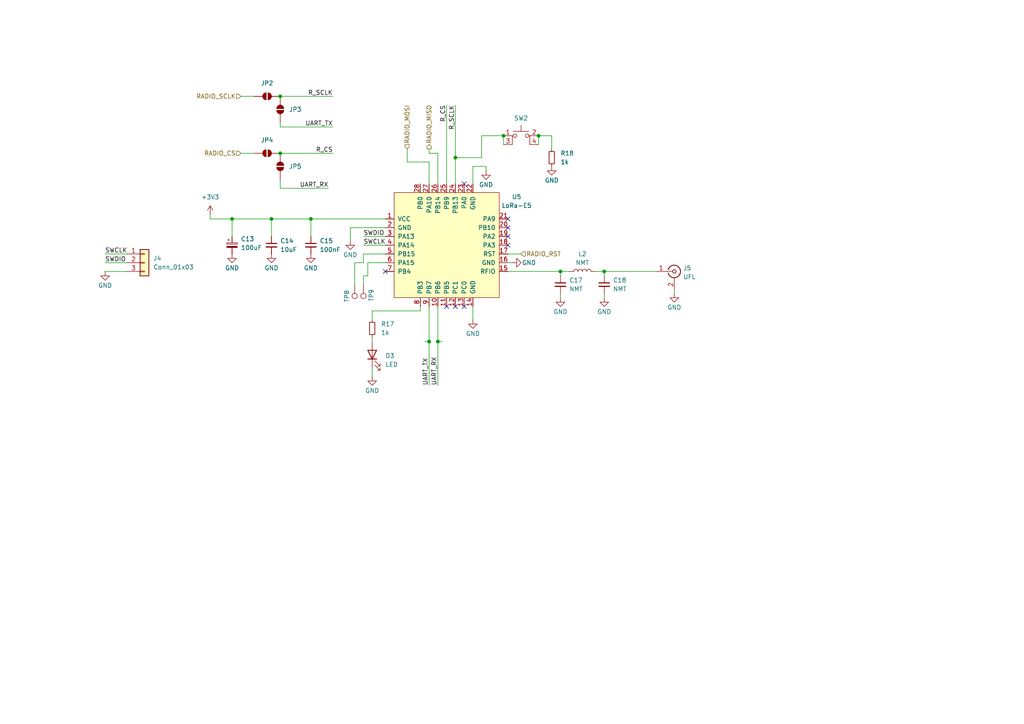
<source format=kicad_sch>
(kicad_sch (version 20250114) (generator "eeschema") (generator_version "9.0")
  (paper "A4")
  (lib_symbols
    (symbol "Connector:Conn_Coaxial" (pin_names (offset 1.016) (hide yes))
      (property "Reference" "J" (at 0.254 3.048 0))
      (property "Value" "Conn_Coaxial" (at 2.921 0 90))
      (symbol "Conn_Coaxial_0_1"
        (polyline (pts (xy -2.54 0) (xy -0.508 0)))
        (arc (start 1.778 0) (mid 0.222 -1.8079) (end -1.778 -0.508) (stroke (width 0.254)))
        (arc (start -1.778 0.508) (mid 0.2221 1.8084) (end 1.778 0) (stroke (width 0.254)))
        (circle (center 0 0) (radius 0.508) (stroke (width 0.2032)))
        (polyline (pts (xy 0 -2.54) (xy 0 -1.778)))
      )
      (symbol "Conn_Coaxial_1_1"
        (pin passive line (at -5.08 0 0) (length 2.54) (name "In") (number "1"))
        (pin passive line (at 0 -5.08 90) (length 2.54) (name "Ext") (number "2"))
      )
    )
    (symbol "Connector:TestPoint" (pin_numbers (hide yes)) (pin_names (offset 0.762) (hide yes))
      (property "Reference" "TP" (at 0 6.858 0))
      (property "Value" "TestPoint" (at 0 5.08 0))
      (symbol "TestPoint_0_1"
        (circle (center 0 3.302) (radius 0.762))
      )
      (symbol "TestPoint_1_1"
        (pin passive line (at 0 0 90) (length 2.54) (name "1") (number "1"))
      )
    )
    (symbol "Connector_Generic:Conn_01x03" (pin_names (offset 1.016) (hide yes))
      (property "Reference" "J" (at 0 5.08 0))
      (property "Value" "Conn_01x03" (at 0 -5.08 0))
      (symbol "Conn_01x03_1_1"
        (rectangle (start -1.27 3.81) (end 1.27 -3.81) (stroke (width 0.254)) (fill (type background)))
        (rectangle (start -1.27 2.667) (end 0 2.413) (stroke (width 0.1524)))
        (rectangle (start -1.27 0.127) (end 0 -0.127) (stroke (width 0.1524)))
        (rectangle (start -1.27 -2.413) (end 0 -2.667) (stroke (width 0.1524)))
        (pin passive line (at -5.08 2.54 0) (length 3.81) (name "Pin_1") (number "1"))
        (pin passive line (at -5.08 0 0) (length 3.81) (name "Pin_2") (number "2"))
        (pin passive line (at -5.08 -2.54 0) (length 3.81) (name "Pin_3") (number "3"))
      )
    )
    (symbol "Device:C_Polarized_Small" (pin_numbers (hide yes)) (pin_names (offset 0.254) (hide yes))
      (property "Reference" "C" (at 0.254 1.778 0))
      (property "Value" "C_Polarized_Small" (at 0.254 -2.032 0))
      (symbol "C_Polarized_Small_0_1"
        (rectangle (start -1.524 0.6858) (end 1.524 0.3048))
        (rectangle (start -1.524 -0.3048) (end 1.524 -0.6858) (fill (type outline)))
        (polyline (pts (xy -1.27 1.524) (xy -0.762 1.524)))
        (polyline (pts (xy -1.016 1.27) (xy -1.016 1.778)))
      )
      (symbol "C_Polarized_Small_1_1"
        (pin passive line (at 0 2.54 270) (length 1.8542) (name "~") (number "1"))
        (pin passive line (at 0 -2.54 90) (length 1.8542) (name "~") (number "2"))
      )
    )
    (symbol "Device:C_Small" (pin_numbers (hide yes)) (pin_names (offset 0.254) (hide yes))
      (property "Reference" "C" (at 0.254 1.778 0))
      (property "Value" "C_Small" (at 0.254 -2.032 0))
      (symbol "C_Small_0_1"
        (polyline (pts (xy -1.524 0.508) (xy 1.524 0.508)) (stroke (width 0.3048)))
        (polyline (pts (xy -1.524 -0.508) (xy 1.524 -0.508)) (stroke (width 0.3302)))
      )
      (symbol "C_Small_1_1"
        (pin passive line (at 0 2.54 270) (length 2.032) (name "~") (number "1"))
        (pin passive line (at 0 -2.54 90) (length 2.032) (name "~") (number "2"))
      )
    )
    (symbol "Device:L" (pin_numbers (hide yes)) (pin_names (offset 1.016) (hide yes))
      (property "Reference" "L" (at -1.27 0 90))
      (property "Value" "L" (at 1.905 0 90))
      (symbol "L_0_1"
        (arc (start 0 2.54) (mid 0.6323 1.905) (end 0 1.27))
        (arc (start 0 1.27) (mid 0.6323 0.635) (end 0 0))
        (arc (start 0 0) (mid 0.6323 -0.635) (end 0 -1.27))
        (arc (start 0 -1.27) (mid 0.6323 -1.905) (end 0 -2.54))
      )
      (symbol "L_1_1"
        (pin passive line (at 0 3.81 270) (length 1.27) (name "1") (number "1"))
        (pin passive line (at 0 -3.81 90) (length 1.27) (name "2") (number "2"))
      )
    )
    (symbol "Device:LED" (pin_numbers (hide yes)) (pin_names (offset 1.016) (hide yes))
      (property "Reference" "D" (at 0 2.54 0))
      (property "Value" "LED" (at 0 -2.54 0))
      (symbol "LED_0_1"
        (polyline (pts (xy -3.048 -0.762) (xy -4.572 -2.286) (xy -3.81 -2.286) (xy -4.572 -2.286) (xy -4.572 -1.524)))
        (polyline (pts (xy -1.778 -0.762) (xy -3.302 -2.286) (xy -2.54 -2.286) (xy -3.302 -2.286) (xy -3.302 -1.524)))
        (polyline (pts (xy -1.27 0) (xy 1.27 0)))
        (polyline (pts (xy -1.27 -1.27) (xy -1.27 1.27)) (stroke (width 0.254)))
        (polyline (pts (xy 1.27 -1.27) (xy 1.27 1.27) (xy -1.27 0) (xy 1.27 -1.27)) (stroke (width 0.254)))
      )
      (symbol "LED_1_1"
        (pin passive line (at -3.81 0 0) (length 2.54) (name "K") (number "1"))
        (pin passive line (at 3.81 0 180) (length 2.54) (name "A") (number "2"))
      )
    )
    (symbol "Device:R_Small" (pin_numbers (hide yes)) (pin_names (offset 0.254) (hide yes))
      (property "Reference" "R" (at 0.762 0.508 0))
      (property "Value" "R_Small" (at 0.762 -1.016 0))
      (symbol "R_Small_0_1"
        (rectangle (start -0.762 1.778) (end 0.762 -1.778) (stroke (width 0.2032)))
      )
      (symbol "R_Small_1_1"
        (pin passive line (at 0 2.54 270) (length 0.762) (name "~") (number "1"))
        (pin passive line (at 0 -2.54 90) (length 0.762) (name "~") (number "2"))
      )
    )
    (symbol "Jumper:SolderJumper_2_Open" (pin_numbers (hide yes)) (pin_names (offset 0) (hide yes)) (exclude_from_sim yes) (in_bom no)
      (property "Reference" "JP" (at 0 2.032 0))
      (property "Value" "SolderJumper_2_Open" (at 0 -2.54 0))
      (symbol "SolderJumper_2_Open_0_1"
        (polyline (pts (xy -0.254 1.016) (xy -0.254 -1.016)))
        (arc (start -0.254 -1.016) (mid -1.2656 0) (end -0.254 1.016))
        (arc (start -0.254 -1.016) (mid -1.2656 0) (end -0.254 1.016) (fill (type outline)))
        (arc (start 0.254 1.016) (mid 1.2656 0) (end 0.254 -1.016))
        (arc (start 0.254 1.016) (mid 1.2656 0) (end 0.254 -1.016) (fill (type outline)))
        (polyline (pts (xy 0.254 1.016) (xy 0.254 -1.016)))
      )
      (symbol "SolderJumper_2_Open_1_1"
        (pin passive line (at -3.81 0 0) (length 2.54) (name "A") (number "1"))
        (pin passive line (at 3.81 0 180) (length 2.54) (name "B") (number "2"))
      )
    )
    (symbol "Switch:SW_MEC_5E" (pin_names (offset 1.016) (hide yes))
      (property "Reference" "SW2" (at 0 7.62 0))
      (symbol "SW_MEC_5E_0_1"
        (polyline (pts (xy -2.54 0) (xy -2.54 2.54) (xy -2.286 2.54)))
        (polyline (pts (xy -2.286 3.81) (xy 2.286 3.81)))
        (circle (center -1.778 2.54) (radius 0.508))
        (polyline (pts (xy 0 3.81) (xy 0 5.588)))
        (circle (center 1.778 2.54) (radius 0.508))
        (polyline (pts (xy 2.54 0) (xy 2.54 2.54) (xy 2.286 2.54)))
        (pin passive line (at -5.08 2.54 0) (length 2.54) (name "1") (number "1"))
      )
      (symbol "SW_MEC_5E_1_1"
        (pin passive line (at -5.08 0 0) (length 2.54) (name "3") (number "3"))
        (pin passive line (at 5.08 2.54 180) (length 2.54) (name "A") (number "2"))
        (pin passive line (at 5.08 0 180) (length 2.54) (name "4") (number "4"))
      )
    )
    (symbol "power:+3V3" (power) (pin_numbers (hide yes)) (pin_names (offset 0) (hide yes))
      (property "Value" "+3V3" (at 0 3.556 0))
      (symbol "+3V3_0_1"
        (polyline (pts (xy -0.762 1.27) (xy 0 2.54)))
        (polyline (pts (xy 0 2.54) (xy 0.762 1.27)))
        (polyline (pts (xy 0 0) (xy 0 2.54)))
      )
      (symbol "+3V3_1_1"
        (pin power_in line (at 0 0 90) (length 0) (name "~") (number "1"))
      )
    )
    (symbol "power:GND" (power) (pin_names (offset 0))
      (property "Value" "GND" (at 0 -3.81 0))
      (symbol "GND_0_1"
        (polyline (pts (xy 0 0) (xy 0 -1.27) (xy 1.27 -1.27) (xy 0 -2.54) (xy -1.27 -1.27) (xy 0 -1.27)))
      )
      (symbol "GND_1_1"
        (pin power_in line (at 0 0 270) (length 0) (hide yes) (name "GND") (number "1"))
      )
    )
    (symbol "sim_lib:LoRa-E5" (pin_names (offset 1.016))
      (property "Reference" "U" (at 0 0 0))
      (property "Value" "LoRa-E5" (at 0 2.54 0))
      (symbol "LoRa-E5_0_1"
        (rectangle (start -15.24 15.24) (end 15.24 -15.24) (fill (type background)))
      )
      (symbol "LoRa-E5_1_1"
        (pin input line (at -17.78 7.62 0) (length 2.54) (name "VCC") (number "1"))
        (pin input line (at -17.78 5.08 0) (length 2.54) (name "GND") (number "2"))
        (pin input line (at -17.78 2.54 0) (length 2.54) (name "PA13") (number "3"))
        (pin input line (at -17.78 0 0) (length 2.54) (name "PA14") (number "4"))
        (pin input line (at -17.78 -2.54 0) (length 2.54) (name "PB15") (number "5"))
        (pin input line (at -17.78 -5.08 0) (length 2.54) (name "PA15") (number "6"))
        (pin input line (at -17.78 -7.62 0) (length 2.54) (name "PB4") (number "7"))
        (pin input line (at -7.62 17.78 270) (length 2.54) (name "PB0") (number "28"))
        (pin input line (at -7.62 -17.78 90) (length 2.54) (name "PB3") (number "8"))
        (pin input line (at -5.08 17.78 270) (length 2.54) (name "PA10") (number "27"))
        (pin input line (at -5.08 -17.78 90) (length 2.54) (name "PB7") (number "9"))
        (pin input line (at -2.54 17.78 270) (length 2.54) (name "PB14") (number "26"))
        (pin input line (at -2.54 -17.78 90) (length 2.54) (name "PB6") (number "10"))
        (pin input line (at 0 17.78 270) (length 2.54) (name "PB9") (number "25"))
        (pin input line (at 0 -17.78 90) (length 2.54) (name "PB5") (number "11"))
        (pin input line (at 2.54 17.78 270) (length 2.54) (name "PB13~{}") (number "24"))
        (pin input line (at 2.54 -17.78 90) (length 2.54) (name "PC1") (number "12"))
        (pin input line (at 5.08 17.78 270) (length 2.54) (name "PA0") (number "23"))
        (pin input line (at 5.08 -17.78 90) (length 2.54) (name "PC0") (number "13"))
        (pin input line (at 7.62 17.78 270) (length 2.54) (name "GND") (number "22"))
        (pin input line (at 7.62 -17.78 90) (length 2.54) (name "GND") (number "14"))
        (pin input line (at 17.78 7.62 180) (length 2.54) (name "PA9") (number "21"))
        (pin input line (at 17.78 5.08 180) (length 2.54) (name "PB10") (number "20"))
        (pin input line (at 17.78 2.54 180) (length 2.54) (name "PA2") (number "19"))
        (pin input line (at 17.78 0 180) (length 2.54) (name "PA3") (number "18"))
        (pin input line (at 17.78 -2.54 180) (length 2.54) (name "RST") (number "17"))
        (pin input line (at 17.78 -5.08 180) (length 2.54) (name "GND") (number "16"))
        (pin input line (at 17.78 -7.62 180) (length 2.54) (name "RFIO") (number "15"))
      )
    )
  )
  (junction (at 132.08 45.72))
  (junction (at 175.26 78.74))
  (junction (at 81.28 44.45))
  (junction (at 146.05 39.37))
  (junction (at 124.46 99.06))
  (junction (at 127 99.06))
  (junction (at 156.21 39.37))
  (junction (at 67.31 63.5))
  (junction (at 78.74 63.5))
  (junction (at 90.17 63.5))
  (junction (at 81.28 27.94))
  (junction (at 162.56 78.74))
  (no_connect (at 147.32 63.5))
  (no_connect (at 134.62 53.34))
  (no_connect (at 147.32 68.58))
  (no_connect (at 147.32 71.12))
  (no_connect (at 134.62 88.9))
  (no_connect (at 132.08 88.9))
  (no_connect (at 147.32 66.04))
  (no_connect (at 129.54 88.9))
  (no_connect (at 111.76 78.74))
  (wire (pts (xy 156.21 39.37) (xy 156.21 41.91)))
  (wire (pts (xy 81.28 52.07) (xy 81.28 54.61)))
  (wire (pts (xy 105.41 80.01) (xy 105.41 82.55)))
  (wire (pts (xy 140.97 48.26) (xy 140.97 49.53)))
  (wire (pts (xy 118.11 46.99) (xy 124.46 46.99)))
  (wire (pts (xy 121.92 90.17) (xy 121.92 88.9)))
  (wire (pts (xy 137.16 92.71) (xy 137.16 88.9)))
  (wire (pts (xy 30.48 76.2) (xy 36.83 76.2)))
  (wire (pts (xy 175.26 78.74) (xy 190.5 78.74)))
  (wire (pts (xy 148.59 76.2) (xy 147.32 76.2)))
  (wire (pts (xy 139.7 45.72) (xy 139.7 39.37)))
  (wire (pts (xy 107.95 92.71) (xy 107.95 90.17)))
  (wire (pts (xy 139.7 39.37) (xy 146.05 39.37)))
  (wire (pts (xy 151.13 73.66) (xy 147.32 73.66)))
  (wire (pts (xy 106.68 80.01) (xy 105.41 80.01)))
  (wire (pts (xy 137.16 48.26) (xy 140.97 48.26)))
  (wire (pts (xy 102.87 82.55) (xy 102.87 76.2)))
  (wire (pts (xy 60.96 62.23) (xy 60.96 63.5)))
  (wire (pts (xy 162.56 78.74) (xy 162.56 80.01)))
  (wire (pts (xy 165.1 78.74) (xy 162.56 78.74)))
  (wire (pts (xy 137.16 53.34) (xy 137.16 48.26)))
  (wire (pts (xy 60.96 63.5) (xy 67.31 63.5)))
  (wire (pts (xy 146.05 39.37) (xy 146.05 41.91)))
  (wire (pts (xy 36.83 73.66) (xy 30.48 73.66)))
  (wire (pts (xy 105.41 71.12) (xy 111.76 71.12)))
  (wire (pts (xy 175.26 78.74) (xy 172.72 78.74)))
  (wire (pts (xy 124.46 43.18) (xy 124.46 44.45)))
  (wire (pts (xy 132.08 45.72) (xy 132.08 53.34)))
  (wire (pts (xy 73.66 27.94) (xy 69.85 27.94)))
  (wire (pts (xy 127 88.9) (xy 127 99.06)))
  (wire (pts (xy 175.26 86.36) (xy 175.26 85.09)))
  (wire (pts (xy 105.41 76.2) (xy 105.41 73.66)))
  (wire (pts (xy 105.41 68.58) (xy 111.76 68.58)))
  (wire (pts (xy 124.46 88.9) (xy 124.46 99.06)))
  (wire (pts (xy 160.02 43.18) (xy 160.02 39.37)))
  (wire (pts (xy 96.52 44.45) (xy 81.28 44.45)))
  (wire (pts (xy 118.11 43.18) (xy 118.11 46.99)))
  (wire (pts (xy 90.17 63.5) (xy 111.76 63.5)))
  (wire (pts (xy 81.28 36.83) (xy 96.52 36.83)))
  (wire (pts (xy 106.68 76.2) (xy 106.68 80.01)))
  (wire (pts (xy 81.28 54.61) (xy 95.25 54.61)))
  (wire (pts (xy 30.48 78.74) (xy 36.83 78.74)))
  (wire (pts (xy 111.76 76.2) (xy 106.68 76.2)))
  (wire (pts (xy 102.87 76.2) (xy 105.41 76.2)))
  (wire (pts (xy 124.46 99.06) (xy 124.46 111.76)))
  (wire (pts (xy 67.31 63.5) (xy 78.74 63.5)))
  (wire (pts (xy 81.28 35.56) (xy 81.28 36.83)))
  (wire (pts (xy 101.6 69.85) (xy 101.6 66.04)))
  (wire (pts (xy 127 44.45) (xy 127 53.34)))
  (wire (pts (xy 78.74 68.58) (xy 78.74 63.5)))
  (wire (pts (xy 78.74 63.5) (xy 90.17 63.5)))
  (wire (pts (xy 67.31 68.58) (xy 67.31 63.5)))
  (wire (pts (xy 107.95 109.22) (xy 107.95 106.68)))
  (wire (pts (xy 107.95 99.06) (xy 107.95 97.79)))
  (wire (pts (xy 107.95 90.17) (xy 121.92 90.17)))
  (wire (pts (xy 160.02 39.37) (xy 156.21 39.37)))
  (wire (pts (xy 127 99.06) (xy 128.27 99.06)))
  (wire (pts (xy 96.52 27.94) (xy 81.28 27.94)))
  (wire (pts (xy 105.41 73.66) (xy 111.76 73.66)))
  (wire (pts (xy 129.54 30.48) (xy 129.54 53.34)))
  (wire (pts (xy 175.26 80.01) (xy 175.26 78.74)))
  (wire (pts (xy 195.58 85.09) (xy 195.58 83.82)))
  (wire (pts (xy 101.6 66.04) (xy 111.76 66.04)))
  (wire (pts (xy 124.46 99.06) (xy 123.19 99.06)))
  (wire (pts (xy 90.17 68.58) (xy 90.17 63.5)))
  (wire (pts (xy 162.56 86.36) (xy 162.56 85.09)))
  (wire (pts (xy 132.08 30.48) (xy 132.08 45.72)))
  (wire (pts (xy 124.46 44.45) (xy 127 44.45)))
  (wire (pts (xy 124.46 46.99) (xy 124.46 53.34)))
  (wire (pts (xy 132.08 45.72) (xy 139.7 45.72)))
  (wire (pts (xy 127 99.06) (xy 127 111.76)))
  (wire (pts (xy 147.32 78.74) (xy 162.56 78.74)))
  (wire (pts (xy 69.85 44.45) (xy 73.66 44.45)))
  (label "SWDIO" (at 30.48 76.2 0))
  (label "SWDIO" (at 105.41 68.58 0))
  (label "SWCLK" (at 105.41 71.12 0))
  (label "R_CS" (at 96.52 44.45 180))
  (label "R_SCLK" (at 96.52 27.94 180))
  (label "UART_TX" (at 124.46 111.76 90))
  (label "SWCLK" (at 30.48 73.66 0))
  (label "UART_RX" (at 127 111.76 90))
  (label "UART_TX" (at 96.52 36.83 180))
  (label "R_CS" (at 129.54 30.48 270))
  (label "R_SCLK" (at 132.08 30.48 270))
  (label "UART_RX" (at 95.25 54.61 180))
  (hierarchical_label "RADIO_CS" (shape input) (at 69.85 44.45 180))
  (hierarchical_label "RADIO_MISO" (shape output) (at 124.46 43.18 90))
  (hierarchical_label "RADIO_MOSI" (shape input) (at 118.11 43.18 90))
  (hierarchical_label "RADIO_RST" (shape input) (at 151.13 73.66 0))
  (hierarchical_label "RADIO_SCLK" (shape input) (at 69.85 27.94 180))
  (symbol (lib_id "Connector:Conn_Coaxial") (at 195.58 78.74 0) (unit 1)
    (property "Reference" "J5" (at 198.12 77.7631 0) (effects (justify left)))
    (property "Value" "UFL" (at 198.12 80.3031 0) (effects (justify left)))
    (property "Footprint" "Connector_Coaxial:U.FL_Hirose_U.FL-R-SMT-1_Vertical" (effects (hide yes)))
    (property "Datasheet" "https://www.tme.eu/pl/details/u.fl-r-smt-1-80_c/zlacza-mikro/hirose/u-fl-r-smt-1-80/" (effects (hide yes)))
    (property "Description" "coaxial connector (BNC, SMA, SMB, SMC, Cinch/RCA, LEMO, ...)" (effects (hide yes)))
  )
  (symbol (lib_id "power:GND") (at 162.56 86.36 0) (unit 1)
    (property "Reference" "#PWR049" (effects (hide yes)))
    (property "Value" "GND" (at 162.56 90.424 0))
    (property "Description" "Power symbol creates a global label with name \"GND\" , ground" (effects (hide yes)))
  )
  (symbol (lib_id "Connector_Generic:Conn_01x03") (at 41.91 76.2 0) (unit 1)
    (property "Reference" "J4" (at 44.45 74.9299 0) (effects (justify left)))
    (property "Value" "Conn_01x03" (at 44.45 77.4699 0) (effects (justify left)))
    (property "Footprint" "Connector_PinHeader_2.54mm:PinHeader_1x03_P2.54mm_Horizontal" (effects (hide yes)))
    (property "Description" "Generic connector, single row, 01x03, script generated (kicad-library-utils/schlib/autogen/connector/)" (effects (hide yes)))
  )
  (symbol (lib_id "Device:R_Small") (at 160.02 45.72 0) (unit 1)
    (property "Reference" "R18" (at 162.56 44.4499 0) (effects (justify left)))
    (property "Value" "1k" (at 162.56 46.9899 0) (effects (justify left)))
    (property "Footprint" "Resistor_SMD:R_0603_1608Metric" (effects (hide yes)))
    (property "Description" "Resistor, small symbol" (effects (hide yes)))
  )
  (symbol (lib_id "Switch:SW_MEC_5E") (at 151.13 41.91 0) (unit 1)
    (property "Reference" "SW2" (at 151.13 34.29 0))
    (property "Value" "SW_MEC_5E" (effects (hide yes)))
    (property "Footprint" "Button_Switch_SMD:SW_SPST_SKQG_WithStem" (effects (hide yes)))
    (property "Datasheet" "http://www.apem.com/int/index.php?controller=attachment&id_attachment=1371" (effects (hide yes)))
    (property "Description" "MEC 5E single pole normally-open tactile switch" (effects (hide yes)))
  )
  (symbol (lib_id "Device:LED") (at 107.95 102.87 90) (unit 1)
    (property "Reference" "D3" (at 111.76 103.1874 90) (effects (justify right)))
    (property "Value" "LED" (at 111.76 105.7274 90) (effects (justify right)))
    (property "Footprint" "LED_SMD:LED_0603_1608Metric" (effects (hide yes)))
    (property "Description" "Light emitting diode" (effects (hide yes)))
    (property "Sim.Pins" "1=K 2=A" (effects (hide yes)))
  )
  (symbol (lib_id "power:GND") (at 148.59 76.2 90) (unit 1)
    (property "Reference" "#PWR044" (effects (hide yes)))
    (property "Value" "GND" (at 153.416 76.2 90))
    (property "Description" "Power symbol creates a global label with name \"GND\" , ground" (effects (hide yes)))
  )
  (symbol (lib_id "power:GND") (at 30.48 78.74 0) (unit 1)
    (property "Reference" "#PWR046" (effects (hide yes)))
    (property "Value" "GND" (at 30.48 82.804 0))
    (property "Description" "Power symbol creates a global label with name \"GND\" , ground" (effects (hide yes)))
  )
  (symbol (lib_id "Device:C_Small") (at 162.56 82.55 0) (unit 1)
    (property "Reference" "C17" (at 165.1 81.2862 0) (effects (justify left)))
    (property "Value" "NMT" (at 165.1 83.8262 0) (effects (justify left)))
    (property "Footprint" "Capacitor_SMD:C_0402_1005Metric" (effects (hide yes)))
    (property "Description" "Unpolarized capacitor, small symbol" (effects (hide yes)))
  )
  (symbol (lib_id "power:GND") (at 160.02 48.26 0) (unit 1)
    (property "Reference" "#PWR048" (effects (hide yes)))
    (property "Value" "GND" (at 160.02 52.324 0))
    (property "Description" "Power symbol creates a global label with name \"GND\" , ground" (effects (hide yes)))
  )
  (symbol (lib_id "power:GND") (at 101.6 69.85 0) (unit 1)
    (property "Reference" "#PWR042" (effects (hide yes)))
    (property "Value" "GND" (at 101.6 73.914 0))
    (property "Description" "Power symbol creates a global label with name \"GND\" , ground" (effects (hide yes)))
  )
  (symbol (lib_id "Device:C_Small") (at 78.74 71.12 0) (unit 1)
    (property "Reference" "C14" (at 81.28 69.8562 0) (effects (justify left)))
    (property "Value" "10uF" (at 81.28 72.3962 0) (effects (justify left)))
    (property "Footprint" "Capacitor_SMD:C_0603_1608Metric_Pad1.08x0.95mm_HandSolder" (effects (hide yes)))
    (property "Description" "Unpolarized capacitor, small symbol" (effects (hide yes)))
  )
  (symbol (lib_id "Jumper:SolderJumper_2_Open") (at 77.47 44.45 0) (unit 1) (in_bom no)
    (property "Reference" "JP4" (at 77.47 40.64 0))
    (property "Value" "SolderJumper_2_Open" (effects (hide yes)))
    (property "Footprint" "Jumper:SolderJumper-2_P1.3mm_Open_RoundedPad1.0x1.5mm" (effects (hide yes)))
    (property "Description" "Solder Jumper, 2-pole, open" (effects (hide yes)))
  )
  (symbol (lib_id "power:GND") (at 140.97 49.53 0) (unit 1)
    (property "Reference" "#PWR045" (effects (hide yes)))
    (property "Value" "GND" (at 140.97 53.594 0))
    (property "Description" "Power symbol creates a global label with name \"GND\" , ground" (effects (hide yes)))
  )
  (symbol (lib_id "power:GND") (at 175.26 86.36 0) (unit 1)
    (property "Reference" "#PWR050" (effects (hide yes)))
    (property "Value" "GND" (at 175.26 90.424 0))
    (property "Description" "Power symbol creates a global label with name \"GND\" , ground" (effects (hide yes)))
  )
  (symbol (lib_id "Jumper:SolderJumper_2_Open") (at 81.28 48.26 90) (unit 1) (in_bom no)
    (property "Reference" "JP5" (at 83.82 48.2599 90) (effects (justify right)))
    (property "Value" "SolderJumper_2_Open" (effects (hide yes)))
    (property "Footprint" "Jumper:SolderJumper-2_P1.3mm_Open_RoundedPad1.0x1.5mm" (effects (hide yes)))
    (property "Description" "Solder Jumper, 2-pole, open" (effects (hide yes)))
  )
  (symbol (lib_id "sim_lib:LoRa-E5") (at 129.54 71.12 0) (unit 1)
    (property "Reference" "U5" (at 149.86 57.0798 0))
    (property "Value" "LoRa-E5" (at 149.86 59.6198 0))
    (property "Footprint" "footprint_lib:LoRa-E5" (effects (hide yes)))
  )
  (symbol (lib_id "Jumper:SolderJumper_2_Open") (at 77.47 27.94 0) (unit 1) (in_bom no)
    (property "Reference" "JP2" (at 77.47 24.13 0))
    (property "Value" "SolderJumper_2_Open" (effects (hide yes)))
    (property "Footprint" "Jumper:SolderJumper-2_P1.3mm_Open_RoundedPad1.0x1.5mm" (effects (hide yes)))
    (property "Description" "Solder Jumper, 2-pole, open" (effects (hide yes)))
  )
  (symbol (lib_id "power:GND") (at 78.74 73.66 0) (unit 1)
    (property "Reference" "#PWR040" (effects (hide yes)))
    (property "Value" "GND" (at 78.74 77.724 0))
    (property "Description" "Power symbol creates a global label with name \"GND\" , ground" (effects (hide yes)))
  )
  (symbol (lib_id "Device:L") (at 168.91 78.74 90) (unit 1)
    (property "Reference" "L2" (at 168.91 73.66 90))
    (property "Value" "NMT" (at 168.91 76.2 90))
    (property "Footprint" "Inductor_SMD:L_0402_1005Metric" (effects (hide yes)))
    (property "Description" "Inductor" (effects (hide yes)))
  )
  (symbol (lib_id "power:GND") (at 67.31 73.66 0) (unit 1)
    (property "Reference" "#PWR056" (effects (hide yes)))
    (property "Value" "GND" (at 67.31 77.724 0))
    (property "Description" "Power symbol creates a global label with name \"GND\" , ground" (effects (hide yes)))
  )
  (symbol (lib_id "Device:C_Small") (at 175.26 82.55 0) (unit 1)
    (property "Reference" "C18" (at 177.8 81.2862 0) (effects (justify left)))
    (property "Value" "NMT" (at 177.8 83.8262 0) (effects (justify left)))
    (property "Footprint" "Capacitor_SMD:C_0402_1005Metric" (effects (hide yes)))
    (property "Description" "Unpolarized capacitor, small symbol" (effects (hide yes)))
  )
  (symbol (lib_id "Device:C_Polarized_Small") (at 67.31 71.12 0) (unit 1)
    (property "Reference" "C13" (at 69.85 69.3038 0) (effects (justify left)))
    (property "Value" "100uF" (at 69.85 71.8438 0) (effects (justify left)))
    (property "Footprint" "Capacitor_Tantalum_SMD:CP_EIA-7343-31_Kemet-D_Pad2.25x2.55mm_HandSolder" (effects (hide yes)))
    (property "Datasheet" "https://www.tme.eu/pl/details/tajd107k010r/kondensatory-tantalowe-smd/kyocera-avx/tajd107k010rnj/" (effects (hide yes)))
    (property "Description" "Tantal capacitor 100uF" (effects (hide yes)))
  )
  (symbol (lib_id "Connector:TestPoint") (at 102.87 82.55 180) (unit 1)
    (property "Reference" "TP8" (at 100.584 84.074 90) (effects (justify left)))
    (property "Value" "TestPoint" (effects (hide yes)))
    (property "Footprint" "TestPoint:TestPoint_Pad_D2.0mm" (effects (hide yes)))
    (property "Description" "test point" (effects (hide yes)))
  )
  (symbol (lib_id "power:GND") (at 195.58 85.09 0) (unit 1)
    (property "Reference" "#PWR051" (effects (hide yes)))
    (property "Value" "GND" (at 195.58 89.154 0))
    (property "Description" "Power symbol creates a global label with name \"GND\" , ground" (effects (hide yes)))
  )
  (symbol (lib_id "Device:C_Small") (at 90.17 71.12 0) (unit 1)
    (property "Reference" "C15" (at 92.71 69.8562 0) (effects (justify left)))
    (property "Value" "100nF" (at 92.71 72.3962 0) (effects (justify left)))
    (property "Footprint" "Capacitor_SMD:C_0603_1608Metric_Pad1.08x0.95mm_HandSolder" (effects (hide yes)))
    (property "Description" "Unpolarized capacitor, small symbol" (effects (hide yes)))
  )
  (symbol (lib_id "Jumper:SolderJumper_2_Open") (at 81.28 31.75 90) (unit 1) (in_bom no)
    (property "Reference" "JP3" (at 83.82 31.7499 90) (effects (justify right)))
    (property "Value" "SolderJumper_2_Open" (effects (hide yes)))
    (property "Footprint" "Jumper:SolderJumper-2_P1.3mm_Open_RoundedPad1.0x1.5mm" (effects (hide yes)))
    (property "Description" "Solder Jumper, 2-pole, open" (effects (hide yes)))
  )
  (symbol (lib_id "Device:R_Small") (at 107.95 95.25 0) (unit 1)
    (property "Reference" "R17" (at 110.49 93.9799 0) (effects (justify left)))
    (property "Value" "1k" (at 110.49 96.5199 0) (effects (justify left)))
    (property "Footprint" "Resistor_SMD:R_0603_1608Metric" (effects (hide yes)))
    (property "Description" "Resistor, small symbol" (effects (hide yes)))
  )
  (symbol (lib_id "Connector:TestPoint") (at 105.41 82.55 180) (unit 1)
    (property "Reference" "TP9" (at 107.696 83.82 90) (effects (justify left)))
    (property "Value" "TestPoint" (effects (hide yes)))
    (property "Footprint" "TestPoint:TestPoint_Pad_D2.0mm" (effects (hide yes)))
    (property "Description" "test point" (effects (hide yes)))
  )
  (symbol (lib_id "power:GND") (at 90.17 73.66 0) (unit 1)
    (property "Reference" "#PWR041" (effects (hide yes)))
    (property "Value" "GND" (at 90.17 77.724 0))
    (property "Description" "Power symbol creates a global label with name \"GND\" , ground" (effects (hide yes)))
  )
  (symbol (lib_id "power:GND") (at 107.95 109.22 0) (unit 1)
    (property "Reference" "#PWR047" (effects (hide yes)))
    (property "Value" "GND" (at 107.95 113.284 0))
    (property "Description" "Power symbol creates a global label with name \"GND\" , ground" (effects (hide yes)))
  )
  (symbol (lib_id "power:GND") (at 137.16 92.71 0) (unit 1)
    (property "Reference" "#PWR043" (effects (hide yes)))
    (property "Value" "GND" (at 137.16 96.774 0))
    (property "Description" "Power symbol creates a global label with name \"GND\" , ground" (effects (hide yes)))
  )
  (symbol (lib_id "power:+3V3") (at 60.96 62.23 0) (unit 1)
    (property "Reference" "#PWR038" (effects (hide yes)))
    (property "Value" "+3V3" (at 60.96 57.15 0))
    (property "Description" "Power symbol creates a global label with name \"+3V3\"" (effects (hide yes)))
  )
)
</source>
